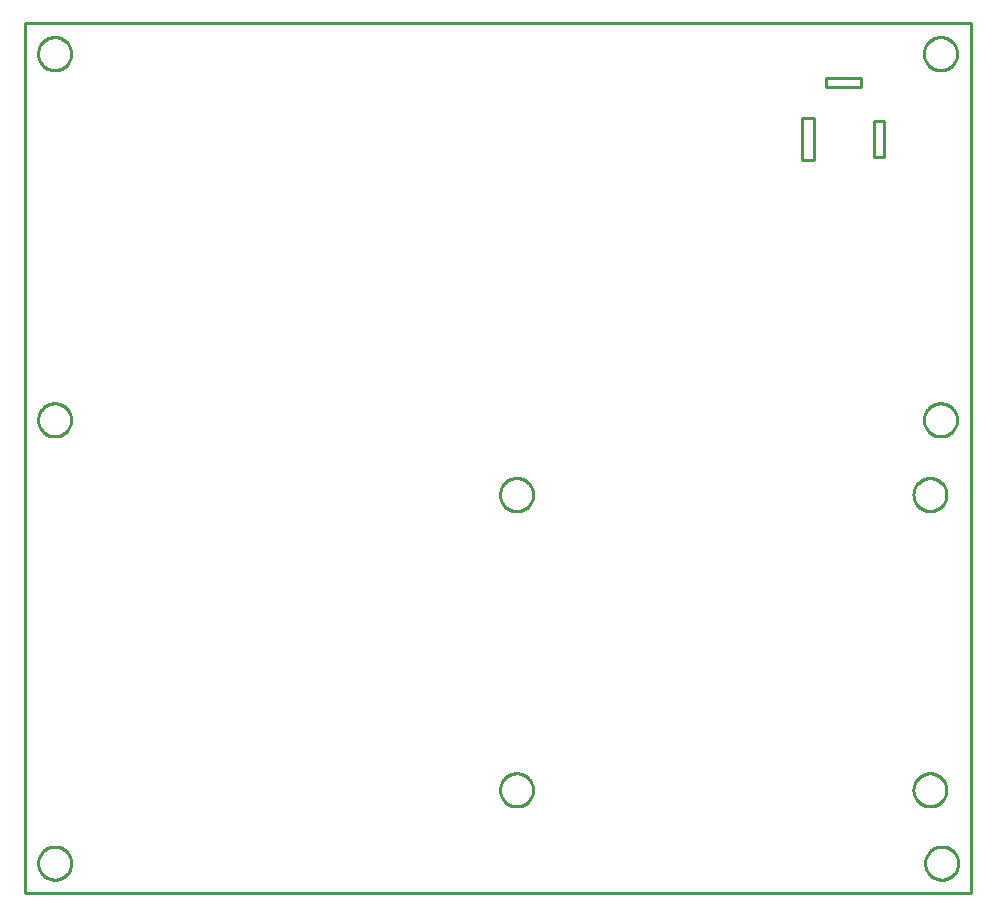
<source format=gbr>
G04 EAGLE Gerber RS-274X export*
G75*
%MOMM*%
%FSLAX34Y34*%
%LPD*%
%IN*%
%IPPOS*%
%AMOC8*
5,1,8,0,0,1.08239X$1,22.5*%
G01*
%ADD10C,0.254000*%


D10*
X197000Y67000D02*
X998000Y67000D01*
X998000Y803000D01*
X197000Y803000D01*
X197000Y67000D01*
X875000Y749000D02*
X905000Y749000D01*
X905000Y757000D01*
X875000Y757000D01*
X875000Y749000D01*
X855000Y687500D02*
X865000Y687500D01*
X865000Y722500D01*
X855000Y722500D01*
X855000Y687500D01*
X916000Y690000D02*
X924000Y690000D01*
X924000Y720000D01*
X916000Y720000D01*
X916000Y690000D01*
X236000Y91500D02*
X235929Y90503D01*
X235786Y89513D01*
X235574Y88536D01*
X235292Y87576D01*
X234943Y86639D01*
X234527Y85729D01*
X234048Y84852D01*
X233507Y84010D01*
X232908Y83210D01*
X232253Y82454D01*
X231546Y81747D01*
X230790Y81092D01*
X229990Y80493D01*
X229148Y79952D01*
X228271Y79473D01*
X227361Y79057D01*
X226424Y78708D01*
X225465Y78426D01*
X224487Y78214D01*
X223498Y78071D01*
X222500Y78000D01*
X221500Y78000D01*
X220503Y78071D01*
X219513Y78214D01*
X218536Y78426D01*
X217576Y78708D01*
X216639Y79057D01*
X215729Y79473D01*
X214852Y79952D01*
X214010Y80493D01*
X213210Y81092D01*
X212454Y81747D01*
X211747Y82454D01*
X211092Y83210D01*
X210493Y84010D01*
X209952Y84852D01*
X209473Y85729D01*
X209057Y86639D01*
X208708Y87576D01*
X208426Y88536D01*
X208214Y89513D01*
X208071Y90503D01*
X208000Y91500D01*
X208000Y92500D01*
X208071Y93498D01*
X208214Y94487D01*
X208426Y95465D01*
X208708Y96424D01*
X209057Y97361D01*
X209473Y98271D01*
X209952Y99148D01*
X210493Y99990D01*
X211092Y100790D01*
X211747Y101546D01*
X212454Y102253D01*
X213210Y102908D01*
X214010Y103507D01*
X214852Y104048D01*
X215729Y104527D01*
X216639Y104943D01*
X217576Y105292D01*
X218536Y105574D01*
X219513Y105786D01*
X220503Y105929D01*
X221500Y106000D01*
X222500Y106000D01*
X223498Y105929D01*
X224487Y105786D01*
X225465Y105574D01*
X226424Y105292D01*
X227361Y104943D01*
X228271Y104527D01*
X229148Y104048D01*
X229990Y103507D01*
X230790Y102908D01*
X231546Y102253D01*
X232253Y101546D01*
X232908Y100790D01*
X233507Y99990D01*
X234048Y99148D01*
X234527Y98271D01*
X234943Y97361D01*
X235292Y96424D01*
X235574Y95465D01*
X235786Y94487D01*
X235929Y93498D01*
X236000Y92500D01*
X236000Y91500D01*
X987000Y91500D02*
X986929Y90503D01*
X986786Y89513D01*
X986574Y88536D01*
X986292Y87576D01*
X985943Y86639D01*
X985527Y85729D01*
X985048Y84852D01*
X984507Y84010D01*
X983908Y83210D01*
X983253Y82454D01*
X982546Y81747D01*
X981790Y81092D01*
X980990Y80493D01*
X980148Y79952D01*
X979271Y79473D01*
X978361Y79057D01*
X977424Y78708D01*
X976465Y78426D01*
X975487Y78214D01*
X974498Y78071D01*
X973500Y78000D01*
X972500Y78000D01*
X971503Y78071D01*
X970513Y78214D01*
X969536Y78426D01*
X968576Y78708D01*
X967639Y79057D01*
X966729Y79473D01*
X965852Y79952D01*
X965010Y80493D01*
X964210Y81092D01*
X963454Y81747D01*
X962747Y82454D01*
X962092Y83210D01*
X961493Y84010D01*
X960952Y84852D01*
X960473Y85729D01*
X960057Y86639D01*
X959708Y87576D01*
X959426Y88536D01*
X959214Y89513D01*
X959071Y90503D01*
X959000Y91500D01*
X959000Y92500D01*
X959071Y93498D01*
X959214Y94487D01*
X959426Y95465D01*
X959708Y96424D01*
X960057Y97361D01*
X960473Y98271D01*
X960952Y99148D01*
X961493Y99990D01*
X962092Y100790D01*
X962747Y101546D01*
X963454Y102253D01*
X964210Y102908D01*
X965010Y103507D01*
X965852Y104048D01*
X966729Y104527D01*
X967639Y104943D01*
X968576Y105292D01*
X969536Y105574D01*
X970513Y105786D01*
X971503Y105929D01*
X972500Y106000D01*
X973500Y106000D01*
X974498Y105929D01*
X975487Y105786D01*
X976465Y105574D01*
X977424Y105292D01*
X978361Y104943D01*
X979271Y104527D01*
X980148Y104048D01*
X980990Y103507D01*
X981790Y102908D01*
X982546Y102253D01*
X983253Y101546D01*
X983908Y100790D01*
X984507Y99990D01*
X985048Y99148D01*
X985527Y98271D01*
X985943Y97361D01*
X986292Y96424D01*
X986574Y95465D01*
X986786Y94487D01*
X986929Y93498D01*
X987000Y92500D01*
X987000Y91500D01*
X235900Y776800D02*
X235829Y775803D01*
X235686Y774813D01*
X235474Y773836D01*
X235192Y772876D01*
X234843Y771939D01*
X234427Y771029D01*
X233948Y770152D01*
X233407Y769310D01*
X232808Y768510D01*
X232153Y767754D01*
X231446Y767047D01*
X230690Y766392D01*
X229890Y765793D01*
X229048Y765252D01*
X228171Y764773D01*
X227261Y764357D01*
X226324Y764008D01*
X225365Y763726D01*
X224387Y763514D01*
X223398Y763371D01*
X222400Y763300D01*
X221400Y763300D01*
X220403Y763371D01*
X219413Y763514D01*
X218436Y763726D01*
X217476Y764008D01*
X216539Y764357D01*
X215629Y764773D01*
X214752Y765252D01*
X213910Y765793D01*
X213110Y766392D01*
X212354Y767047D01*
X211647Y767754D01*
X210992Y768510D01*
X210393Y769310D01*
X209852Y770152D01*
X209373Y771029D01*
X208957Y771939D01*
X208608Y772876D01*
X208326Y773836D01*
X208114Y774813D01*
X207971Y775803D01*
X207900Y776800D01*
X207900Y777800D01*
X207971Y778798D01*
X208114Y779787D01*
X208326Y780765D01*
X208608Y781724D01*
X208957Y782661D01*
X209373Y783571D01*
X209852Y784448D01*
X210393Y785290D01*
X210992Y786090D01*
X211647Y786846D01*
X212354Y787553D01*
X213110Y788208D01*
X213910Y788807D01*
X214752Y789348D01*
X215629Y789827D01*
X216539Y790243D01*
X217476Y790592D01*
X218436Y790874D01*
X219413Y791086D01*
X220403Y791229D01*
X221400Y791300D01*
X222400Y791300D01*
X223398Y791229D01*
X224387Y791086D01*
X225365Y790874D01*
X226324Y790592D01*
X227261Y790243D01*
X228171Y789827D01*
X229048Y789348D01*
X229890Y788807D01*
X230690Y788208D01*
X231446Y787553D01*
X232153Y786846D01*
X232808Y786090D01*
X233407Y785290D01*
X233948Y784448D01*
X234427Y783571D01*
X234843Y782661D01*
X235192Y781724D01*
X235474Y780765D01*
X235686Y779787D01*
X235829Y778798D01*
X235900Y777800D01*
X235900Y776800D01*
X235900Y466800D02*
X235829Y465803D01*
X235686Y464813D01*
X235474Y463836D01*
X235192Y462876D01*
X234843Y461939D01*
X234427Y461029D01*
X233948Y460152D01*
X233407Y459310D01*
X232808Y458510D01*
X232153Y457754D01*
X231446Y457047D01*
X230690Y456392D01*
X229890Y455793D01*
X229048Y455252D01*
X228171Y454773D01*
X227261Y454357D01*
X226324Y454008D01*
X225365Y453726D01*
X224387Y453514D01*
X223398Y453371D01*
X222400Y453300D01*
X221400Y453300D01*
X220403Y453371D01*
X219413Y453514D01*
X218436Y453726D01*
X217476Y454008D01*
X216539Y454357D01*
X215629Y454773D01*
X214752Y455252D01*
X213910Y455793D01*
X213110Y456392D01*
X212354Y457047D01*
X211647Y457754D01*
X210992Y458510D01*
X210393Y459310D01*
X209852Y460152D01*
X209373Y461029D01*
X208957Y461939D01*
X208608Y462876D01*
X208326Y463836D01*
X208114Y464813D01*
X207971Y465803D01*
X207900Y466800D01*
X207900Y467800D01*
X207971Y468798D01*
X208114Y469787D01*
X208326Y470765D01*
X208608Y471724D01*
X208957Y472661D01*
X209373Y473571D01*
X209852Y474448D01*
X210393Y475290D01*
X210992Y476090D01*
X211647Y476846D01*
X212354Y477553D01*
X213110Y478208D01*
X213910Y478807D01*
X214752Y479348D01*
X215629Y479827D01*
X216539Y480243D01*
X217476Y480592D01*
X218436Y480874D01*
X219413Y481086D01*
X220403Y481229D01*
X221400Y481300D01*
X222400Y481300D01*
X223398Y481229D01*
X224387Y481086D01*
X225365Y480874D01*
X226324Y480592D01*
X227261Y480243D01*
X228171Y479827D01*
X229048Y479348D01*
X229890Y478807D01*
X230690Y478208D01*
X231446Y477553D01*
X232153Y476846D01*
X232808Y476090D01*
X233407Y475290D01*
X233948Y474448D01*
X234427Y473571D01*
X234843Y472661D01*
X235192Y471724D01*
X235474Y470765D01*
X235686Y469787D01*
X235829Y468798D01*
X235900Y467800D01*
X235900Y466800D01*
X985900Y776800D02*
X985829Y775803D01*
X985686Y774813D01*
X985474Y773836D01*
X985192Y772876D01*
X984843Y771939D01*
X984427Y771029D01*
X983948Y770152D01*
X983407Y769310D01*
X982808Y768510D01*
X982153Y767754D01*
X981446Y767047D01*
X980690Y766392D01*
X979890Y765793D01*
X979048Y765252D01*
X978171Y764773D01*
X977261Y764357D01*
X976324Y764008D01*
X975365Y763726D01*
X974387Y763514D01*
X973398Y763371D01*
X972400Y763300D01*
X971400Y763300D01*
X970403Y763371D01*
X969413Y763514D01*
X968436Y763726D01*
X967476Y764008D01*
X966539Y764357D01*
X965629Y764773D01*
X964752Y765252D01*
X963910Y765793D01*
X963110Y766392D01*
X962354Y767047D01*
X961647Y767754D01*
X960992Y768510D01*
X960393Y769310D01*
X959852Y770152D01*
X959373Y771029D01*
X958957Y771939D01*
X958608Y772876D01*
X958326Y773836D01*
X958114Y774813D01*
X957971Y775803D01*
X957900Y776800D01*
X957900Y777800D01*
X957971Y778798D01*
X958114Y779787D01*
X958326Y780765D01*
X958608Y781724D01*
X958957Y782661D01*
X959373Y783571D01*
X959852Y784448D01*
X960393Y785290D01*
X960992Y786090D01*
X961647Y786846D01*
X962354Y787553D01*
X963110Y788208D01*
X963910Y788807D01*
X964752Y789348D01*
X965629Y789827D01*
X966539Y790243D01*
X967476Y790592D01*
X968436Y790874D01*
X969413Y791086D01*
X970403Y791229D01*
X971400Y791300D01*
X972400Y791300D01*
X973398Y791229D01*
X974387Y791086D01*
X975365Y790874D01*
X976324Y790592D01*
X977261Y790243D01*
X978171Y789827D01*
X979048Y789348D01*
X979890Y788807D01*
X980690Y788208D01*
X981446Y787553D01*
X982153Y786846D01*
X982808Y786090D01*
X983407Y785290D01*
X983948Y784448D01*
X984427Y783571D01*
X984843Y782661D01*
X985192Y781724D01*
X985474Y780765D01*
X985686Y779787D01*
X985829Y778798D01*
X985900Y777800D01*
X985900Y776800D01*
X985900Y466800D02*
X985829Y465803D01*
X985686Y464813D01*
X985474Y463836D01*
X985192Y462876D01*
X984843Y461939D01*
X984427Y461029D01*
X983948Y460152D01*
X983407Y459310D01*
X982808Y458510D01*
X982153Y457754D01*
X981446Y457047D01*
X980690Y456392D01*
X979890Y455793D01*
X979048Y455252D01*
X978171Y454773D01*
X977261Y454357D01*
X976324Y454008D01*
X975365Y453726D01*
X974387Y453514D01*
X973398Y453371D01*
X972400Y453300D01*
X971400Y453300D01*
X970403Y453371D01*
X969413Y453514D01*
X968436Y453726D01*
X967476Y454008D01*
X966539Y454357D01*
X965629Y454773D01*
X964752Y455252D01*
X963910Y455793D01*
X963110Y456392D01*
X962354Y457047D01*
X961647Y457754D01*
X960992Y458510D01*
X960393Y459310D01*
X959852Y460152D01*
X959373Y461029D01*
X958957Y461939D01*
X958608Y462876D01*
X958326Y463836D01*
X958114Y464813D01*
X957971Y465803D01*
X957900Y466800D01*
X957900Y467800D01*
X957971Y468798D01*
X958114Y469787D01*
X958326Y470765D01*
X958608Y471724D01*
X958957Y472661D01*
X959373Y473571D01*
X959852Y474448D01*
X960393Y475290D01*
X960992Y476090D01*
X961647Y476846D01*
X962354Y477553D01*
X963110Y478208D01*
X963910Y478807D01*
X964752Y479348D01*
X965629Y479827D01*
X966539Y480243D01*
X967476Y480592D01*
X968436Y480874D01*
X969413Y481086D01*
X970403Y481229D01*
X971400Y481300D01*
X972400Y481300D01*
X973398Y481229D01*
X974387Y481086D01*
X975365Y480874D01*
X976324Y480592D01*
X977261Y480243D01*
X978171Y479827D01*
X979048Y479348D01*
X979890Y478807D01*
X980690Y478208D01*
X981446Y477553D01*
X982153Y476846D01*
X982808Y476090D01*
X983407Y475290D01*
X983948Y474448D01*
X984427Y473571D01*
X984843Y472661D01*
X985192Y471724D01*
X985474Y470765D01*
X985686Y469787D01*
X985829Y468798D01*
X985900Y467800D01*
X985900Y466800D01*
X949000Y154500D02*
X949071Y155498D01*
X949214Y156487D01*
X949426Y157465D01*
X949708Y158424D01*
X950057Y159361D01*
X950473Y160271D01*
X950952Y161148D01*
X951493Y161990D01*
X952092Y162790D01*
X952747Y163546D01*
X953454Y164253D01*
X954210Y164908D01*
X955010Y165507D01*
X955852Y166048D01*
X956729Y166527D01*
X957639Y166943D01*
X958576Y167292D01*
X959536Y167574D01*
X960513Y167786D01*
X961503Y167929D01*
X962500Y168000D01*
X963500Y168000D01*
X964498Y167929D01*
X965487Y167786D01*
X966465Y167574D01*
X967424Y167292D01*
X968361Y166943D01*
X969271Y166527D01*
X970148Y166048D01*
X970990Y165507D01*
X971790Y164908D01*
X972546Y164253D01*
X973253Y163546D01*
X973908Y162790D01*
X974507Y161990D01*
X975048Y161148D01*
X975527Y160271D01*
X975943Y159361D01*
X976292Y158424D01*
X976574Y157465D01*
X976786Y156487D01*
X976929Y155498D01*
X977000Y154500D01*
X977000Y153500D01*
X976929Y152503D01*
X976786Y151513D01*
X976574Y150536D01*
X976292Y149576D01*
X975943Y148639D01*
X975527Y147729D01*
X975048Y146852D01*
X974507Y146010D01*
X973908Y145210D01*
X973253Y144454D01*
X972546Y143747D01*
X971790Y143092D01*
X970990Y142493D01*
X970148Y141952D01*
X969271Y141473D01*
X968361Y141057D01*
X967424Y140708D01*
X966465Y140426D01*
X965487Y140214D01*
X964498Y140071D01*
X963500Y140000D01*
X962500Y140000D01*
X961503Y140071D01*
X960513Y140214D01*
X959536Y140426D01*
X958576Y140708D01*
X957639Y141057D01*
X956729Y141473D01*
X955852Y141952D01*
X955010Y142493D01*
X954210Y143092D01*
X953454Y143747D01*
X952747Y144454D01*
X952092Y145210D01*
X951493Y146010D01*
X950952Y146852D01*
X950473Y147729D01*
X950057Y148639D01*
X949708Y149576D01*
X949426Y150536D01*
X949214Y151513D01*
X949071Y152503D01*
X949000Y153500D01*
X949000Y154500D01*
X949000Y404500D02*
X949071Y405498D01*
X949214Y406487D01*
X949426Y407465D01*
X949708Y408424D01*
X950057Y409361D01*
X950473Y410271D01*
X950952Y411148D01*
X951493Y411990D01*
X952092Y412790D01*
X952747Y413546D01*
X953454Y414253D01*
X954210Y414908D01*
X955010Y415507D01*
X955852Y416048D01*
X956729Y416527D01*
X957639Y416943D01*
X958576Y417292D01*
X959536Y417574D01*
X960513Y417786D01*
X961503Y417929D01*
X962500Y418000D01*
X963500Y418000D01*
X964498Y417929D01*
X965487Y417786D01*
X966465Y417574D01*
X967424Y417292D01*
X968361Y416943D01*
X969271Y416527D01*
X970148Y416048D01*
X970990Y415507D01*
X971790Y414908D01*
X972546Y414253D01*
X973253Y413546D01*
X973908Y412790D01*
X974507Y411990D01*
X975048Y411148D01*
X975527Y410271D01*
X975943Y409361D01*
X976292Y408424D01*
X976574Y407465D01*
X976786Y406487D01*
X976929Y405498D01*
X977000Y404500D01*
X977000Y403500D01*
X976929Y402503D01*
X976786Y401513D01*
X976574Y400536D01*
X976292Y399576D01*
X975943Y398639D01*
X975527Y397729D01*
X975048Y396852D01*
X974507Y396010D01*
X973908Y395210D01*
X973253Y394454D01*
X972546Y393747D01*
X971790Y393092D01*
X970990Y392493D01*
X970148Y391952D01*
X969271Y391473D01*
X968361Y391057D01*
X967424Y390708D01*
X966465Y390426D01*
X965487Y390214D01*
X964498Y390071D01*
X963500Y390000D01*
X962500Y390000D01*
X961503Y390071D01*
X960513Y390214D01*
X959536Y390426D01*
X958576Y390708D01*
X957639Y391057D01*
X956729Y391473D01*
X955852Y391952D01*
X955010Y392493D01*
X954210Y393092D01*
X953454Y393747D01*
X952747Y394454D01*
X952092Y395210D01*
X951493Y396010D01*
X950952Y396852D01*
X950473Y397729D01*
X950057Y398639D01*
X949708Y399576D01*
X949426Y400536D01*
X949214Y401513D01*
X949071Y402503D01*
X949000Y403500D01*
X949000Y404500D01*
X599000Y404500D02*
X599071Y405498D01*
X599214Y406487D01*
X599426Y407465D01*
X599708Y408424D01*
X600057Y409361D01*
X600473Y410271D01*
X600952Y411148D01*
X601493Y411990D01*
X602092Y412790D01*
X602747Y413546D01*
X603454Y414253D01*
X604210Y414908D01*
X605010Y415507D01*
X605852Y416048D01*
X606729Y416527D01*
X607639Y416943D01*
X608576Y417292D01*
X609536Y417574D01*
X610513Y417786D01*
X611503Y417929D01*
X612500Y418000D01*
X613500Y418000D01*
X614498Y417929D01*
X615487Y417786D01*
X616465Y417574D01*
X617424Y417292D01*
X618361Y416943D01*
X619271Y416527D01*
X620148Y416048D01*
X620990Y415507D01*
X621790Y414908D01*
X622546Y414253D01*
X623253Y413546D01*
X623908Y412790D01*
X624507Y411990D01*
X625048Y411148D01*
X625527Y410271D01*
X625943Y409361D01*
X626292Y408424D01*
X626574Y407465D01*
X626786Y406487D01*
X626929Y405498D01*
X627000Y404500D01*
X627000Y403500D01*
X626929Y402503D01*
X626786Y401513D01*
X626574Y400536D01*
X626292Y399576D01*
X625943Y398639D01*
X625527Y397729D01*
X625048Y396852D01*
X624507Y396010D01*
X623908Y395210D01*
X623253Y394454D01*
X622546Y393747D01*
X621790Y393092D01*
X620990Y392493D01*
X620148Y391952D01*
X619271Y391473D01*
X618361Y391057D01*
X617424Y390708D01*
X616465Y390426D01*
X615487Y390214D01*
X614498Y390071D01*
X613500Y390000D01*
X612500Y390000D01*
X611503Y390071D01*
X610513Y390214D01*
X609536Y390426D01*
X608576Y390708D01*
X607639Y391057D01*
X606729Y391473D01*
X605852Y391952D01*
X605010Y392493D01*
X604210Y393092D01*
X603454Y393747D01*
X602747Y394454D01*
X602092Y395210D01*
X601493Y396010D01*
X600952Y396852D01*
X600473Y397729D01*
X600057Y398639D01*
X599708Y399576D01*
X599426Y400536D01*
X599214Y401513D01*
X599071Y402503D01*
X599000Y403500D01*
X599000Y404500D01*
X599000Y154500D02*
X599071Y155498D01*
X599214Y156487D01*
X599426Y157465D01*
X599708Y158424D01*
X600057Y159361D01*
X600473Y160271D01*
X600952Y161148D01*
X601493Y161990D01*
X602092Y162790D01*
X602747Y163546D01*
X603454Y164253D01*
X604210Y164908D01*
X605010Y165507D01*
X605852Y166048D01*
X606729Y166527D01*
X607639Y166943D01*
X608576Y167292D01*
X609536Y167574D01*
X610513Y167786D01*
X611503Y167929D01*
X612500Y168000D01*
X613500Y168000D01*
X614498Y167929D01*
X615487Y167786D01*
X616465Y167574D01*
X617424Y167292D01*
X618361Y166943D01*
X619271Y166527D01*
X620148Y166048D01*
X620990Y165507D01*
X621790Y164908D01*
X622546Y164253D01*
X623253Y163546D01*
X623908Y162790D01*
X624507Y161990D01*
X625048Y161148D01*
X625527Y160271D01*
X625943Y159361D01*
X626292Y158424D01*
X626574Y157465D01*
X626786Y156487D01*
X626929Y155498D01*
X627000Y154500D01*
X627000Y153500D01*
X626929Y152503D01*
X626786Y151513D01*
X626574Y150536D01*
X626292Y149576D01*
X625943Y148639D01*
X625527Y147729D01*
X625048Y146852D01*
X624507Y146010D01*
X623908Y145210D01*
X623253Y144454D01*
X622546Y143747D01*
X621790Y143092D01*
X620990Y142493D01*
X620148Y141952D01*
X619271Y141473D01*
X618361Y141057D01*
X617424Y140708D01*
X616465Y140426D01*
X615487Y140214D01*
X614498Y140071D01*
X613500Y140000D01*
X612500Y140000D01*
X611503Y140071D01*
X610513Y140214D01*
X609536Y140426D01*
X608576Y140708D01*
X607639Y141057D01*
X606729Y141473D01*
X605852Y141952D01*
X605010Y142493D01*
X604210Y143092D01*
X603454Y143747D01*
X602747Y144454D01*
X602092Y145210D01*
X601493Y146010D01*
X600952Y146852D01*
X600473Y147729D01*
X600057Y148639D01*
X599708Y149576D01*
X599426Y150536D01*
X599214Y151513D01*
X599071Y152503D01*
X599000Y153500D01*
X599000Y154500D01*
M02*

</source>
